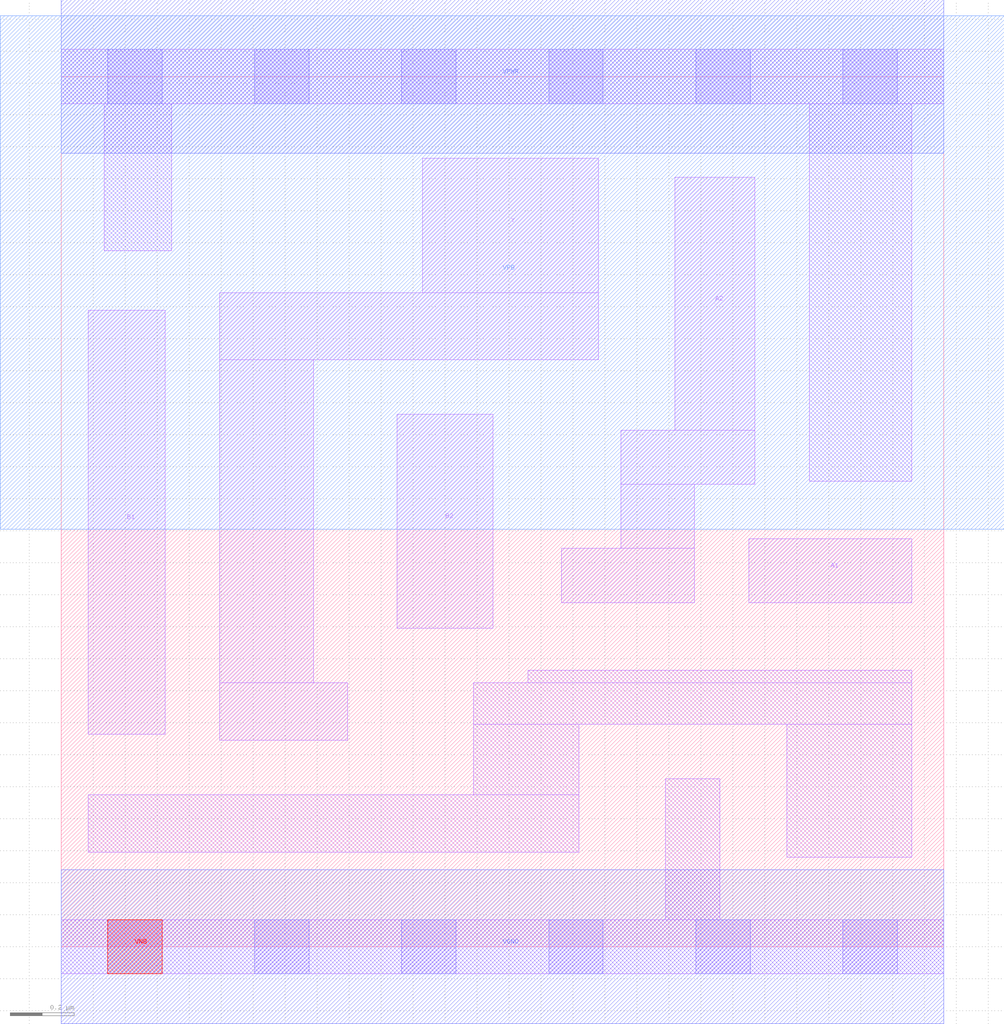
<source format=lef>
# Copyright 2020 The SkyWater PDK Authors
#
# Licensed under the Apache License, Version 2.0 (the "License");
# you may not use this file except in compliance with the License.
# You may obtain a copy of the License at
#
#     https://www.apache.org/licenses/LICENSE-2.0
#
# Unless required by applicable law or agreed to in writing, software
# distributed under the License is distributed on an "AS IS" BASIS,
# WITHOUT WARRANTIES OR CONDITIONS OF ANY KIND, either express or implied.
# See the License for the specific language governing permissions and
# limitations under the License.
#
# SPDX-License-Identifier: Apache-2.0

VERSION 5.7 ;
  NOWIREEXTENSIONATPIN ON ;
  DIVIDERCHAR "/" ;
  BUSBITCHARS "[]" ;
PROPERTYDEFINITIONS
  MACRO maskLayoutSubType STRING ;
  MACRO prCellType STRING ;
  MACRO originalViewName STRING ;
END PROPERTYDEFINITIONS
MACRO sky130_fd_sc_hdll__o22ai_1
  CLASS CORE ;
  FOREIGN sky130_fd_sc_hdll__o22ai_1 ;
  ORIGIN  0.000000  0.000000 ;
  SIZE  2.760000 BY  2.720000 ;
  SYMMETRY X Y R90 ;
  SITE unithd ;
  PIN A1
    ANTENNAGATEAREA  0.277500 ;
    DIRECTION INPUT ;
    USE SIGNAL ;
    PORT
      LAYER li1 ;
        RECT 2.150000 1.075000 2.660000 1.275000 ;
    END
  END A1
  PIN A2
    ANTENNAGATEAREA  0.277500 ;
    DIRECTION INPUT ;
    USE SIGNAL ;
    PORT
      LAYER li1 ;
        RECT 1.565000 1.075000 1.980000 1.245000 ;
        RECT 1.750000 1.245000 1.980000 1.445000 ;
        RECT 1.750000 1.445000 2.170000 1.615000 ;
        RECT 1.920000 1.615000 2.170000 2.405000 ;
    END
  END A2
  PIN B1
    ANTENNAGATEAREA  0.277500 ;
    DIRECTION INPUT ;
    USE SIGNAL ;
    PORT
      LAYER li1 ;
        RECT 0.085000 0.665000 0.325000 1.990000 ;
    END
  END B1
  PIN B2
    ANTENNAGATEAREA  0.277500 ;
    DIRECTION INPUT ;
    USE SIGNAL ;
    PORT
      LAYER li1 ;
        RECT 1.050000 0.995000 1.350000 1.665000 ;
    END
  END B2
  PIN VGND
    ANTENNADIFFAREA  0.201500 ;
    DIRECTION INOUT ;
    USE SIGNAL ;
    PORT
      LAYER met1 ;
        RECT 0.000000 -0.240000 2.760000 0.240000 ;
    END
  END VGND
  PIN VPWR
    ANTENNADIFFAREA  0.550000 ;
    DIRECTION INOUT ;
    USE SIGNAL ;
    PORT
      LAYER met1 ;
        RECT 0.000000 2.480000 2.760000 2.960000 ;
    END
  END VPWR
  PIN Y
    ANTENNADIFFAREA  0.816750 ;
    DIRECTION OUTPUT ;
    USE SIGNAL ;
    PORT
      LAYER li1 ;
        RECT 0.495000 0.645000 0.895000 0.825000 ;
        RECT 0.495000 0.825000 0.790000 1.835000 ;
        RECT 0.495000 1.835000 1.680000 2.045000 ;
        RECT 1.130000 2.045000 1.680000 2.465000 ;
    END
  END Y
  PIN VNB
    DIRECTION INOUT ;
    USE GROUND ;
    PORT
      LAYER pwell ;
        RECT 0.145000 -0.085000 0.315000 0.085000 ;
    END
  END VNB
  PIN VPB
    DIRECTION INOUT ;
    USE POWER ;
    PORT
      LAYER nwell ;
        RECT -0.190000 1.305000 2.950000 2.910000 ;
    END
  END VPB
  OBS
    LAYER li1 ;
      RECT 0.000000 -0.085000 2.760000 0.085000 ;
      RECT 0.000000  2.635000 2.760000 2.805000 ;
      RECT 0.085000  0.295000 1.620000 0.475000 ;
      RECT 0.135000  2.175000 0.345000 2.635000 ;
      RECT 1.290000  0.475000 1.620000 0.695000 ;
      RECT 1.290000  0.695000 2.660000 0.825000 ;
      RECT 1.460000  0.825000 2.660000 0.865000 ;
      RECT 1.890000  0.085000 2.060000 0.525000 ;
      RECT 2.270000  0.280000 2.660000 0.695000 ;
      RECT 2.340000  1.455000 2.660000 2.635000 ;
    LAYER mcon ;
      RECT 0.145000 -0.085000 0.315000 0.085000 ;
      RECT 0.145000  2.635000 0.315000 2.805000 ;
      RECT 0.605000 -0.085000 0.775000 0.085000 ;
      RECT 0.605000  2.635000 0.775000 2.805000 ;
      RECT 1.065000 -0.085000 1.235000 0.085000 ;
      RECT 1.065000  2.635000 1.235000 2.805000 ;
      RECT 1.525000 -0.085000 1.695000 0.085000 ;
      RECT 1.525000  2.635000 1.695000 2.805000 ;
      RECT 1.985000 -0.085000 2.155000 0.085000 ;
      RECT 1.985000  2.635000 2.155000 2.805000 ;
      RECT 2.445000 -0.085000 2.615000 0.085000 ;
      RECT 2.445000  2.635000 2.615000 2.805000 ;
  END
  PROPERTY maskLayoutSubType "abstract" ;
  PROPERTY prCellType "standard" ;
  PROPERTY originalViewName "layout" ;
END sky130_fd_sc_hdll__o22ai_1
END LIBRARY

</source>
